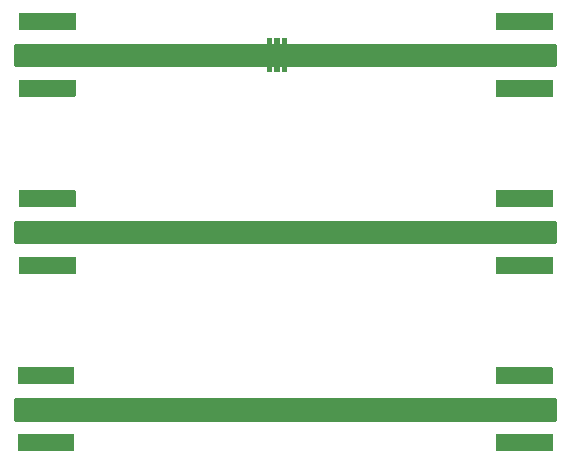
<source format=gts>
%TF.GenerationSoftware,KiCad,Pcbnew,(5.1.8-44-gfd79c7ae46)*%
%TF.CreationDate,2021-01-02T19:49:23-07:00*%
%TF.ProjectId,egg,6567672e-6b69-4636-9164-5f7063625858,rev?*%
%TF.SameCoordinates,Original*%
%TF.FileFunction,Soldermask,Top*%
%TF.FilePolarity,Negative*%
%FSLAX46Y46*%
G04 Gerber Fmt 4.6, Leading zero omitted, Abs format (unit mm)*
G04 Created by KiCad (PCBNEW (5.1.8-44-gfd79c7ae46)) date 2021-01-02 19:49:23*
%MOMM*%
%LPD*%
G01*
G04 APERTURE LIST*
%ADD10R,0.300000X0.300000*%
%ADD11C,0.254000*%
%ADD12C,0.100000*%
G04 APERTURE END LIST*
D10*
%TO.C,FL1*%
X52046000Y-35000000D03*
G36*
G01*
X53175800Y-35400000D02*
X53175800Y-36400000D01*
G75*
G02*
X53125000Y-36450800I-50800J0D01*
G01*
X52775000Y-36450800D01*
G75*
G02*
X52724200Y-36400000I0J50800D01*
G01*
X52724200Y-35400000D01*
G75*
G02*
X52775000Y-35349200I50800J0D01*
G01*
X53125000Y-35349200D01*
G75*
G02*
X53175800Y-35400000I0J-50800D01*
G01*
G37*
G36*
G01*
X51875800Y-35400000D02*
X51875800Y-36400000D01*
G75*
G02*
X51825000Y-36450800I-50800J0D01*
G01*
X51475000Y-36450800D01*
G75*
G02*
X51424200Y-36400000I0J50800D01*
G01*
X51424200Y-35400000D01*
G75*
G02*
X51475000Y-35349200I50800J0D01*
G01*
X51825000Y-35349200D01*
G75*
G02*
X51875800Y-35400000I0J-50800D01*
G01*
G37*
G36*
G01*
X51875800Y-33600000D02*
X51875800Y-34600000D01*
G75*
G02*
X51825000Y-34650800I-50800J0D01*
G01*
X51475000Y-34650800D01*
G75*
G02*
X51424200Y-34600000I0J50800D01*
G01*
X51424200Y-33600000D01*
G75*
G02*
X51475000Y-33549200I50800J0D01*
G01*
X51825000Y-33549200D01*
G75*
G02*
X51875800Y-33600000I0J-50800D01*
G01*
G37*
G36*
G01*
X53175800Y-33600000D02*
X53175800Y-34600000D01*
G75*
G02*
X53125000Y-34650800I-50800J0D01*
G01*
X52775000Y-34650800D01*
G75*
G02*
X52724200Y-34600000I0J50800D01*
G01*
X52724200Y-33600000D01*
G75*
G02*
X52775000Y-33549200I50800J0D01*
G01*
X53125000Y-33549200D01*
G75*
G02*
X53175800Y-33600000I0J-50800D01*
G01*
G37*
G36*
G01*
X52525800Y-33600000D02*
X52525800Y-34600000D01*
G75*
G02*
X52475000Y-34650800I-50800J0D01*
G01*
X52125000Y-34650800D01*
G75*
G02*
X52074200Y-34600000I0J50800D01*
G01*
X52074200Y-33600000D01*
G75*
G02*
X52125000Y-33549200I50800J0D01*
G01*
X52475000Y-33549200D01*
G75*
G02*
X52525800Y-33600000I0J-50800D01*
G01*
G37*
G36*
G01*
X52525800Y-35400000D02*
X52525800Y-36400000D01*
G75*
G02*
X52475000Y-36450800I-50800J0D01*
G01*
X52125000Y-36450800D01*
G75*
G02*
X52074200Y-36400000I0J50800D01*
G01*
X52074200Y-35400000D01*
G75*
G02*
X52125000Y-35349200I50800J0D01*
G01*
X52475000Y-35349200D01*
G75*
G02*
X52525800Y-35400000I0J-50800D01*
G01*
G37*
G36*
G01*
X54000000Y-35225800D02*
X53000000Y-35225800D01*
G75*
G02*
X52949200Y-35175000I0J50800D01*
G01*
X52949200Y-34825000D01*
G75*
G02*
X53000000Y-34774200I50800J0D01*
G01*
X54000000Y-34774200D01*
G75*
G02*
X54050800Y-34825000I0J-50800D01*
G01*
X54050800Y-35175000D01*
G75*
G02*
X54000000Y-35225800I-50800J0D01*
G01*
G37*
G36*
G01*
X51600000Y-35225800D02*
X50600000Y-35225800D01*
G75*
G02*
X50549200Y-35175000I0J50800D01*
G01*
X50549200Y-34825000D01*
G75*
G02*
X50600000Y-34774200I50800J0D01*
G01*
X51600000Y-34774200D01*
G75*
G02*
X51650800Y-34825000I0J-50800D01*
G01*
X51650800Y-35175000D01*
G75*
G02*
X51600000Y-35225800I-50800J0D01*
G01*
G37*
%TD*%
%TO.C,D3*%
G36*
G01*
X45373000Y-49921700D02*
X45627000Y-49921700D01*
G75*
G02*
X45677800Y-49972500I0J-50800D01*
G01*
X45677800Y-50175700D01*
G75*
G02*
X45627000Y-50226500I-50800J0D01*
G01*
X45373000Y-50226500D01*
G75*
G02*
X45322200Y-50175700I0J50800D01*
G01*
X45322200Y-49972500D01*
G75*
G02*
X45373000Y-49921700I50800J0D01*
G01*
G37*
G36*
G01*
X45373000Y-50273500D02*
X45627000Y-50273500D01*
G75*
G02*
X45677800Y-50324300I0J-50800D01*
G01*
X45677800Y-50527500D01*
G75*
G02*
X45627000Y-50578300I-50800J0D01*
G01*
X45373000Y-50578300D01*
G75*
G02*
X45322200Y-50527500I0J50800D01*
G01*
X45322200Y-50324300D01*
G75*
G02*
X45373000Y-50273500I50800J0D01*
G01*
G37*
%TD*%
%TO.C,D2*%
G36*
G01*
X65873000Y-34941700D02*
X66127000Y-34941700D01*
G75*
G02*
X66177800Y-34992500I0J-50800D01*
G01*
X66177800Y-35195700D01*
G75*
G02*
X66127000Y-35246500I-50800J0D01*
G01*
X65873000Y-35246500D01*
G75*
G02*
X65822200Y-35195700I0J50800D01*
G01*
X65822200Y-34992500D01*
G75*
G02*
X65873000Y-34941700I50800J0D01*
G01*
G37*
G36*
G01*
X65873000Y-35293500D02*
X66127000Y-35293500D01*
G75*
G02*
X66177800Y-35344300I0J-50800D01*
G01*
X66177800Y-35547500D01*
G75*
G02*
X66127000Y-35598300I-50800J0D01*
G01*
X65873000Y-35598300D01*
G75*
G02*
X65822200Y-35547500I0J50800D01*
G01*
X65822200Y-35344300D01*
G75*
G02*
X65873000Y-35293500I50800J0D01*
G01*
G37*
%TD*%
%TO.C,D1*%
G36*
G01*
X41883000Y-34921700D02*
X42137000Y-34921700D01*
G75*
G02*
X42187800Y-34972500I0J-50800D01*
G01*
X42187800Y-35175700D01*
G75*
G02*
X42137000Y-35226500I-50800J0D01*
G01*
X41883000Y-35226500D01*
G75*
G02*
X41832200Y-35175700I0J50800D01*
G01*
X41832200Y-34972500D01*
G75*
G02*
X41883000Y-34921700I50800J0D01*
G01*
G37*
G36*
G01*
X41883000Y-35273500D02*
X42137000Y-35273500D01*
G75*
G02*
X42187800Y-35324300I0J-50800D01*
G01*
X42187800Y-35527500D01*
G75*
G02*
X42137000Y-35578300I-50800J0D01*
G01*
X41883000Y-35578300D01*
G75*
G02*
X41832200Y-35527500I0J50800D01*
G01*
X41832200Y-35324300D01*
G75*
G02*
X41883000Y-35273500I50800J0D01*
G01*
G37*
%TD*%
%TO.C,J6*%
G36*
G01*
X30400000Y-61449200D02*
X35100000Y-61449200D01*
G75*
G02*
X35150800Y-61500000I0J-50800D01*
G01*
X35150800Y-62850000D01*
G75*
G02*
X35100000Y-62900800I-50800J0D01*
G01*
X30400000Y-62900800D01*
G75*
G02*
X30349200Y-62850000I0J50800D01*
G01*
X30349200Y-61500000D01*
G75*
G02*
X30400000Y-61449200I50800J0D01*
G01*
G37*
G36*
G01*
X30400000Y-67099200D02*
X35100000Y-67099200D01*
G75*
G02*
X35150800Y-67150000I0J-50800D01*
G01*
X35150800Y-68500000D01*
G75*
G02*
X35100000Y-68550800I-50800J0D01*
G01*
X30400000Y-68550800D01*
G75*
G02*
X30349200Y-68500000I0J50800D01*
G01*
X30349200Y-67150000D01*
G75*
G02*
X30400000Y-67099200I50800J0D01*
G01*
G37*
G36*
G01*
X30400000Y-64314200D02*
X34600000Y-64314200D01*
G75*
G02*
X34650800Y-64365000I0J-50800D01*
G01*
X34650800Y-65635000D01*
G75*
G02*
X34600000Y-65685800I-50800J0D01*
G01*
X30400000Y-65685800D01*
G75*
G02*
X30349200Y-65635000I0J50800D01*
G01*
X30349200Y-64365000D01*
G75*
G02*
X30400000Y-64314200I50800J0D01*
G01*
G37*
%TD*%
%TO.C,J5*%
G36*
G01*
X75600000Y-68550800D02*
X70900000Y-68550800D01*
G75*
G02*
X70849200Y-68500000I0J50800D01*
G01*
X70849200Y-67150000D01*
G75*
G02*
X70900000Y-67099200I50800J0D01*
G01*
X75600000Y-67099200D01*
G75*
G02*
X75650800Y-67150000I0J-50800D01*
G01*
X75650800Y-68500000D01*
G75*
G02*
X75600000Y-68550800I-50800J0D01*
G01*
G37*
G36*
G01*
X75600000Y-62900800D02*
X70900000Y-62900800D01*
G75*
G02*
X70849200Y-62850000I0J50800D01*
G01*
X70849200Y-61500000D01*
G75*
G02*
X70900000Y-61449200I50800J0D01*
G01*
X75600000Y-61449200D01*
G75*
G02*
X75650800Y-61500000I0J-50800D01*
G01*
X75650800Y-62850000D01*
G75*
G02*
X75600000Y-62900800I-50800J0D01*
G01*
G37*
G36*
G01*
X75600000Y-65685800D02*
X71400000Y-65685800D01*
G75*
G02*
X71349200Y-65635000I0J50800D01*
G01*
X71349200Y-64365000D01*
G75*
G02*
X71400000Y-64314200I50800J0D01*
G01*
X75600000Y-64314200D01*
G75*
G02*
X75650800Y-64365000I0J-50800D01*
G01*
X75650800Y-65635000D01*
G75*
G02*
X75600000Y-65685800I-50800J0D01*
G01*
G37*
%TD*%
%TO.C,J4*%
G36*
G01*
X75600000Y-53550800D02*
X70900000Y-53550800D01*
G75*
G02*
X70849200Y-53500000I0J50800D01*
G01*
X70849200Y-52150000D01*
G75*
G02*
X70900000Y-52099200I50800J0D01*
G01*
X75600000Y-52099200D01*
G75*
G02*
X75650800Y-52150000I0J-50800D01*
G01*
X75650800Y-53500000D01*
G75*
G02*
X75600000Y-53550800I-50800J0D01*
G01*
G37*
G36*
G01*
X75600000Y-47900800D02*
X70900000Y-47900800D01*
G75*
G02*
X70849200Y-47850000I0J50800D01*
G01*
X70849200Y-46500000D01*
G75*
G02*
X70900000Y-46449200I50800J0D01*
G01*
X75600000Y-46449200D01*
G75*
G02*
X75650800Y-46500000I0J-50800D01*
G01*
X75650800Y-47850000D01*
G75*
G02*
X75600000Y-47900800I-50800J0D01*
G01*
G37*
G36*
G01*
X75600000Y-50685800D02*
X71400000Y-50685800D01*
G75*
G02*
X71349200Y-50635000I0J50800D01*
G01*
X71349200Y-49365000D01*
G75*
G02*
X71400000Y-49314200I50800J0D01*
G01*
X75600000Y-49314200D01*
G75*
G02*
X75650800Y-49365000I0J-50800D01*
G01*
X75650800Y-50635000D01*
G75*
G02*
X75600000Y-50685800I-50800J0D01*
G01*
G37*
%TD*%
%TO.C,J3*%
G36*
G01*
X30500000Y-46449200D02*
X35200000Y-46449200D01*
G75*
G02*
X35250800Y-46500000I0J-50800D01*
G01*
X35250800Y-47850000D01*
G75*
G02*
X35200000Y-47900800I-50800J0D01*
G01*
X30500000Y-47900800D01*
G75*
G02*
X30449200Y-47850000I0J50800D01*
G01*
X30449200Y-46500000D01*
G75*
G02*
X30500000Y-46449200I50800J0D01*
G01*
G37*
G36*
G01*
X30500000Y-52099200D02*
X35200000Y-52099200D01*
G75*
G02*
X35250800Y-52150000I0J-50800D01*
G01*
X35250800Y-53500000D01*
G75*
G02*
X35200000Y-53550800I-50800J0D01*
G01*
X30500000Y-53550800D01*
G75*
G02*
X30449200Y-53500000I0J50800D01*
G01*
X30449200Y-52150000D01*
G75*
G02*
X30500000Y-52099200I50800J0D01*
G01*
G37*
G36*
G01*
X30500000Y-49314200D02*
X34700000Y-49314200D01*
G75*
G02*
X34750800Y-49365000I0J-50800D01*
G01*
X34750800Y-50635000D01*
G75*
G02*
X34700000Y-50685800I-50800J0D01*
G01*
X30500000Y-50685800D01*
G75*
G02*
X30449200Y-50635000I0J50800D01*
G01*
X30449200Y-49365000D01*
G75*
G02*
X30500000Y-49314200I50800J0D01*
G01*
G37*
%TD*%
%TO.C,C3*%
G36*
G01*
X60800800Y-49749999D02*
X60800800Y-50250001D01*
G75*
G02*
X60750001Y-50300800I-50799J0D01*
G01*
X60249999Y-50300800D01*
G75*
G02*
X60199200Y-50250001I0J50799D01*
G01*
X60199200Y-49749999D01*
G75*
G02*
X60249999Y-49699200I50799J0D01*
G01*
X60750001Y-49699200D01*
G75*
G02*
X60800800Y-49749999I0J-50799D01*
G01*
G37*
G36*
G01*
X61800800Y-49749999D02*
X61800800Y-50250001D01*
G75*
G02*
X61750001Y-50300800I-50799J0D01*
G01*
X61249999Y-50300800D01*
G75*
G02*
X61199200Y-50250001I0J50799D01*
G01*
X61199200Y-49749999D01*
G75*
G02*
X61249999Y-49699200I50799J0D01*
G01*
X61750001Y-49699200D01*
G75*
G02*
X61800800Y-49749999I0J-50799D01*
G01*
G37*
%TD*%
%TO.C,J2*%
G36*
G01*
X75600000Y-38550800D02*
X70900000Y-38550800D01*
G75*
G02*
X70849200Y-38500000I0J50800D01*
G01*
X70849200Y-37150000D01*
G75*
G02*
X70900000Y-37099200I50800J0D01*
G01*
X75600000Y-37099200D01*
G75*
G02*
X75650800Y-37150000I0J-50800D01*
G01*
X75650800Y-38500000D01*
G75*
G02*
X75600000Y-38550800I-50800J0D01*
G01*
G37*
G36*
G01*
X75600000Y-32900800D02*
X70900000Y-32900800D01*
G75*
G02*
X70849200Y-32850000I0J50800D01*
G01*
X70849200Y-31500000D01*
G75*
G02*
X70900000Y-31449200I50800J0D01*
G01*
X75600000Y-31449200D01*
G75*
G02*
X75650800Y-31500000I0J-50800D01*
G01*
X75650800Y-32850000D01*
G75*
G02*
X75600000Y-32900800I-50800J0D01*
G01*
G37*
G36*
G01*
X75600000Y-35685800D02*
X71400000Y-35685800D01*
G75*
G02*
X71349200Y-35635000I0J50800D01*
G01*
X71349200Y-34365000D01*
G75*
G02*
X71400000Y-34314200I50800J0D01*
G01*
X75600000Y-34314200D01*
G75*
G02*
X75650800Y-34365000I0J-50800D01*
G01*
X75650800Y-35635000D01*
G75*
G02*
X75600000Y-35685800I-50800J0D01*
G01*
G37*
%TD*%
%TO.C,J1*%
G36*
G01*
X30500000Y-31449200D02*
X35200000Y-31449200D01*
G75*
G02*
X35250800Y-31500000I0J-50800D01*
G01*
X35250800Y-32850000D01*
G75*
G02*
X35200000Y-32900800I-50800J0D01*
G01*
X30500000Y-32900800D01*
G75*
G02*
X30449200Y-32850000I0J50800D01*
G01*
X30449200Y-31500000D01*
G75*
G02*
X30500000Y-31449200I50800J0D01*
G01*
G37*
G36*
G01*
X30500000Y-37099200D02*
X35200000Y-37099200D01*
G75*
G02*
X35250800Y-37150000I0J-50800D01*
G01*
X35250800Y-38500000D01*
G75*
G02*
X35200000Y-38550800I-50800J0D01*
G01*
X30500000Y-38550800D01*
G75*
G02*
X30449200Y-38500000I0J50800D01*
G01*
X30449200Y-37150000D01*
G75*
G02*
X30500000Y-37099200I50800J0D01*
G01*
G37*
G36*
G01*
X30500000Y-34314200D02*
X34700000Y-34314200D01*
G75*
G02*
X34750800Y-34365000I0J-50800D01*
G01*
X34750800Y-35635000D01*
G75*
G02*
X34700000Y-35685800I-50800J0D01*
G01*
X30500000Y-35685800D01*
G75*
G02*
X30449200Y-35635000I0J50800D01*
G01*
X30449200Y-34365000D01*
G75*
G02*
X30500000Y-34314200I50800J0D01*
G01*
G37*
%TD*%
%TO.C,C2*%
G36*
G01*
X58300800Y-34749999D02*
X58300800Y-35250001D01*
G75*
G02*
X58250001Y-35300800I-50799J0D01*
G01*
X57749999Y-35300800D01*
G75*
G02*
X57699200Y-35250001I0J50799D01*
G01*
X57699200Y-34749999D01*
G75*
G02*
X57749999Y-34699200I50799J0D01*
G01*
X58250001Y-34699200D01*
G75*
G02*
X58300800Y-34749999I0J-50799D01*
G01*
G37*
G36*
G01*
X59300800Y-34749999D02*
X59300800Y-35250001D01*
G75*
G02*
X59250001Y-35300800I-50799J0D01*
G01*
X58749999Y-35300800D01*
G75*
G02*
X58699200Y-35250001I0J50799D01*
G01*
X58699200Y-34749999D01*
G75*
G02*
X58749999Y-34699200I50799J0D01*
G01*
X59250001Y-34699200D01*
G75*
G02*
X59300800Y-34749999I0J-50799D01*
G01*
G37*
%TD*%
%TO.C,C1*%
G36*
G01*
X46800800Y-34749999D02*
X46800800Y-35250001D01*
G75*
G02*
X46750001Y-35300800I-50799J0D01*
G01*
X46249999Y-35300800D01*
G75*
G02*
X46199200Y-35250001I0J50799D01*
G01*
X46199200Y-34749999D01*
G75*
G02*
X46249999Y-34699200I50799J0D01*
G01*
X46750001Y-34699200D01*
G75*
G02*
X46800800Y-34749999I0J-50799D01*
G01*
G37*
G36*
G01*
X47800800Y-34749999D02*
X47800800Y-35250001D01*
G75*
G02*
X47750001Y-35300800I-50799J0D01*
G01*
X47249999Y-35300800D01*
G75*
G02*
X47199200Y-35250001I0J50799D01*
G01*
X47199200Y-34749999D01*
G75*
G02*
X47249999Y-34699200I50799J0D01*
G01*
X47750001Y-34699200D01*
G75*
G02*
X47800800Y-34749999I0J-50799D01*
G01*
G37*
%TD*%
D11*
X75873000Y-35873000D02*
X30127000Y-35873000D01*
X30127000Y-34127000D01*
X75873000Y-34127000D01*
X75873000Y-35873000D01*
D12*
G36*
X75873000Y-35873000D02*
G01*
X30127000Y-35873000D01*
X30127000Y-34127000D01*
X75873000Y-34127000D01*
X75873000Y-35873000D01*
G37*
D11*
X75873000Y-50873000D02*
X30127000Y-50873000D01*
X30127000Y-49127000D01*
X75873000Y-49127000D01*
X75873000Y-50873000D01*
D12*
G36*
X75873000Y-50873000D02*
G01*
X30127000Y-50873000D01*
X30127000Y-49127000D01*
X75873000Y-49127000D01*
X75873000Y-50873000D01*
G37*
D11*
X75873000Y-65873000D02*
X30127000Y-65873000D01*
X30127000Y-64127000D01*
X75873000Y-64127000D01*
X75873000Y-65873000D01*
D12*
G36*
X75873000Y-65873000D02*
G01*
X30127000Y-65873000D01*
X30127000Y-64127000D01*
X75873000Y-64127000D01*
X75873000Y-65873000D01*
G37*
M02*

</source>
